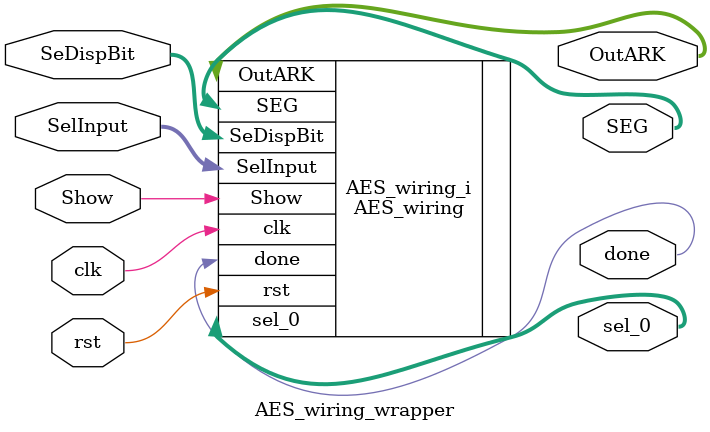
<source format=v>
`timescale 1 ps / 1 ps

module AES_wiring_wrapper
   (OutARK,
    SEG,
    SeDispBit,
    SelInput,
    Show,
    clk,
    done,
    rst,
    sel_0);
  output [127:0]OutARK;
  output [6:0]SEG;
  input [0:3]SeDispBit;
  input [0:1]SelInput;
  input Show;
  input clk;
  output done;
  input rst;
  output [2:0]sel_0;

  wire [127:0]OutARK;
  wire [6:0]SEG;
  wire [0:3]SeDispBit;
  wire [0:1]SelInput;
  wire Show;
  wire clk;
  wire done;
  wire rst;
  wire [2:0]sel_0;

  AES_wiring AES_wiring_i
       (.OutARK(OutARK),
        .SEG(SEG),
        .SeDispBit(SeDispBit),
        .SelInput(SelInput),
        .Show(Show),
        .clk(clk),
        .done(done),
        .rst(rst),
        .sel_0(sel_0));
endmodule

</source>
